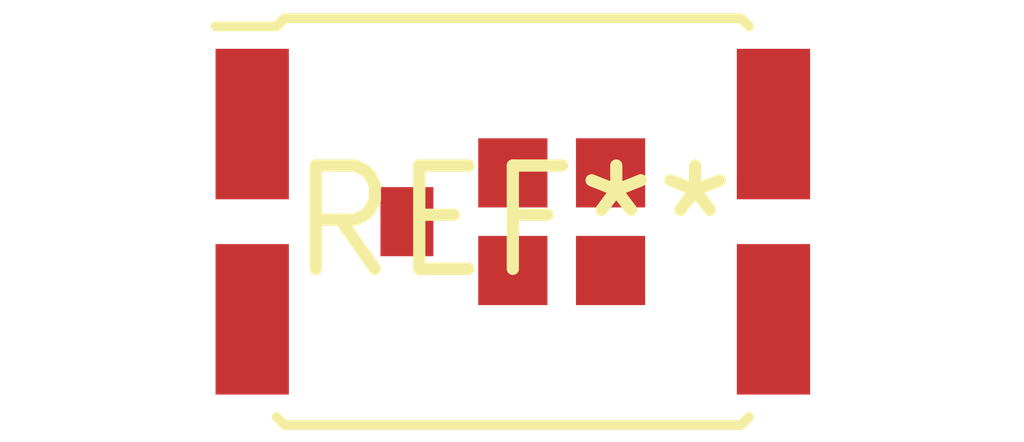
<source format=kicad_pcb>
(kicad_pcb (version 20240108) (generator pcbnew)
  (layers (0 "F.Cu" signal) (31 "B.Cu" signal) (34 "B.Paste" user) (35 "F.Paste" user) (36 "B.SilkS" user "B.Silkscreen") (37 "F.SilkS" user "F.Silkscreen") (38 "B.Mask" user) (39 "F.Mask" user) (44 "Edge.Cuts" user))
  (net 0 "")
  (footprint "DirectFET_M4" (layer "F.Cu") (at 0 0)
    (property "Reference" "REF**")
    (property "Value" "DirectFET_M4")
    (fp_line (start -3.65 -2.4) (end -2.9 -2.4) (layer "F.SilkS") (stroke (width 0.12)))
    (fp_line (start -2.9 -2.4) (end -2.8 -2.5) (layer "F.SilkS") (stroke (width 0.12)))
    (fp_line (start -2.8 -2.5) (end 2.8 -2.5) (layer "F.SilkS") (stroke (width 0.12)))
    (fp_line (start -2.8 2.5) (end -2.9 2.4) (layer "F.SilkS") (stroke (width 0.12)))
    (fp_line (start 2.8 -2.5) (end 2.9 -2.4) (layer "F.SilkS") (stroke (width 0.12)))
    (fp_line (start 2.8 2.5) (end -2.8 2.5) (layer "F.SilkS") (stroke (width 0.12)))
    (fp_line (start 2.9 2.4) (end 2.8 2.5) (layer "F.SilkS") (stroke (width 0.12)))
    (pad "1" smd rect (at -3.2 -1.2) (size 0.9 1.85) (layers "F.Cu" "F.Paste" "F.Mask"))
    (pad "1" smd rect (at -3.2 1.2) (size 0.9 1.85) (layers "F.Cu" "F.Paste" "F.Mask"))
    (pad "1" smd rect (at 3.2 -1.2) (size 0.9 1.85) (layers "F.Cu" "F.Paste" "F.Mask"))
    (pad "1" smd rect (at 3.2 1.2) (size 0.9 1.85) (layers "F.Cu" "F.Paste" "F.Mask"))
    (pad "2" smd rect (at -1.3 0) (size 0.65 0.85) (layers "F.Cu" "F.Paste" "F.Mask"))
    (pad "3" smd rect (at 0 -0.6) (size 0.85 0.85) (layers "F.Cu" "F.Paste" "F.Mask"))
    (pad "3" smd rect (at 0 0.6) (size 0.85 0.85) (layers "F.Cu" "F.Paste" "F.Mask"))
    (pad "3" smd rect (at 1.2 -0.6) (size 0.85 0.85) (layers "F.Cu" "F.Paste" "F.Mask"))
    (pad "3" smd rect (at 1.2 0.6) (size 0.85 0.85) (layers "F.Cu" "F.Paste" "F.Mask"))
  )
)
</source>
